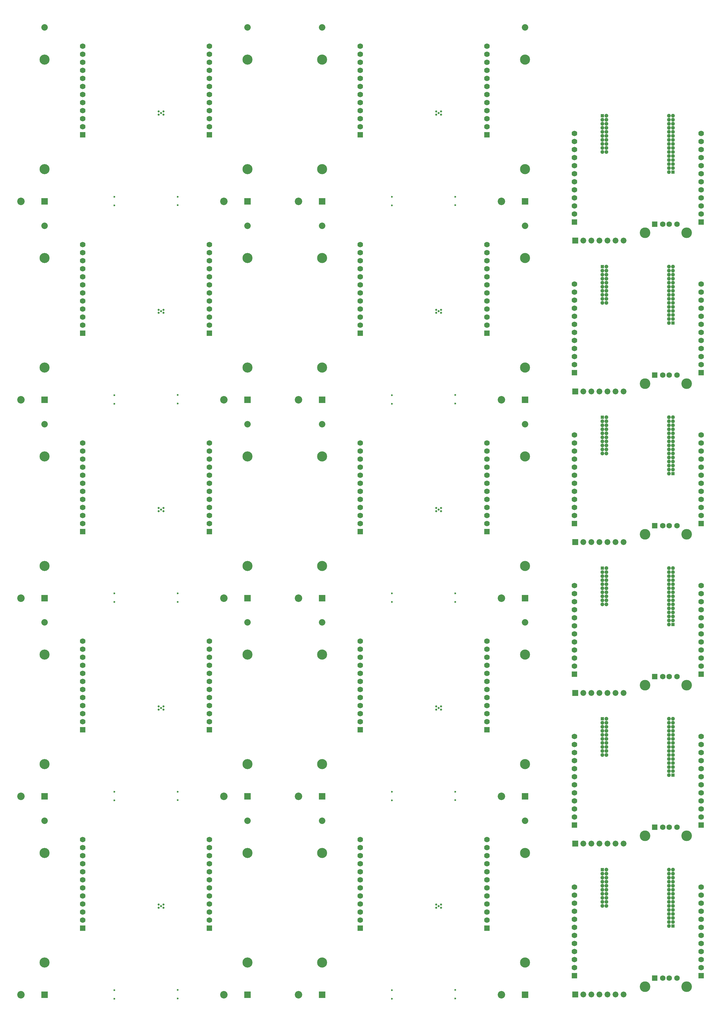
<source format=gbr>
G75*
G70*
%OFA0B0*%
%FSLAX25Y25*%
%IPPOS*%
%LPD*%
%AMOC8*
5,1,8,0,0,1.08239X$1,22.5*
%
%ADD10R,0.06930X0.06930*%
%ADD13C,0.02520*%
%ADD14C,0.02360*%
%ADD24R,0.07240X0.07240*%
%ADD30C,0.06850*%
%ADD34R,0.08030X0.08030*%
%ADD41C,0.07240*%
%ADD44C,0.06930*%
%ADD45C,0.08030*%
%ADD47R,0.06850X0.06850*%
%ADD54C,0.09290*%
%ADD61C,0.12520*%
%ADD69R,0.04490X0.04490*%
%ADD72C,0.04880*%
%ADD76C,0.13150*%
X0000000Y0000000D02*
G75*
G01*
%LPD*%
D34*
X0041340Y0010900D03*
D45*
X0041340Y0226890D03*
D61*
X0041340Y0050900D03*
X0041340Y0186890D03*
D54*
X0011930Y0010900D03*
D10*
X0088590Y0093540D03*
D44*
X0088590Y0103540D03*
X0088590Y0113540D03*
X0088590Y0123540D03*
X0088590Y0133540D03*
X0088590Y0143540D03*
X0088590Y0153540D03*
X0088590Y0163540D03*
X0088590Y0173540D03*
X0088590Y0183540D03*
X0088590Y0193540D03*
X0088590Y0203540D03*
D10*
X0246070Y0093540D03*
D44*
X0246070Y0103540D03*
X0246070Y0113540D03*
X0246070Y0123540D03*
X0246070Y0133540D03*
X0246070Y0143540D03*
X0246070Y0153540D03*
X0246070Y0163540D03*
X0246070Y0173540D03*
X0246070Y0183540D03*
X0246070Y0193540D03*
X0246070Y0203540D03*
D13*
X0183030Y0122700D03*
X0183030Y0118770D03*
X0188940Y0122700D03*
X0185990Y0120740D03*
X0188940Y0118770D03*
D14*
X0206700Y0016810D03*
X0206700Y0006180D03*
X0127960Y0016620D03*
X0127960Y0005990D03*
D34*
X0293310Y0010900D03*
D45*
X0293310Y0226890D03*
D61*
X0293310Y0050900D03*
X0293310Y0186890D03*
D54*
X0263900Y0010900D03*
X0000000Y0246220D02*
G75*
G01*
%LPD*%
D34*
X0041340Y0257120D03*
D45*
X0041340Y0473110D03*
D61*
X0041340Y0297120D03*
X0041340Y0433110D03*
D54*
X0011930Y0257120D03*
D10*
X0088590Y0339760D03*
D44*
X0088590Y0349760D03*
X0088590Y0359760D03*
X0088590Y0369760D03*
X0088590Y0379760D03*
X0088590Y0389760D03*
X0088590Y0399760D03*
X0088590Y0409760D03*
X0088590Y0419760D03*
X0088590Y0429760D03*
X0088590Y0439760D03*
X0088590Y0449760D03*
D10*
X0246070Y0339760D03*
D44*
X0246070Y0349760D03*
X0246070Y0359760D03*
X0246070Y0369760D03*
X0246070Y0379760D03*
X0246070Y0389760D03*
X0246070Y0399760D03*
X0246070Y0409760D03*
X0246070Y0419760D03*
X0246070Y0429760D03*
X0246070Y0439760D03*
X0246070Y0449760D03*
D13*
X0183030Y0368920D03*
X0183030Y0364990D03*
X0188940Y0368920D03*
X0185990Y0366960D03*
X0188940Y0364990D03*
D14*
X0206700Y0263030D03*
X0206700Y0252400D03*
X0127960Y0262840D03*
X0127960Y0252210D03*
D34*
X0293310Y0257120D03*
D45*
X0293310Y0473110D03*
D61*
X0293310Y0297120D03*
X0293310Y0433110D03*
D54*
X0263900Y0257120D03*
X0344650Y0000000D02*
G75*
G01*
%LPD*%
D34*
X0385990Y0010900D03*
D45*
X0385990Y0226890D03*
D61*
X0385990Y0050900D03*
X0385990Y0186890D03*
D54*
X0356580Y0010900D03*
D10*
X0433240Y0093540D03*
D44*
X0433240Y0103540D03*
X0433240Y0113540D03*
X0433240Y0123540D03*
X0433240Y0133540D03*
X0433240Y0143540D03*
X0433240Y0153540D03*
X0433240Y0163540D03*
X0433240Y0173540D03*
X0433240Y0183540D03*
X0433240Y0193540D03*
X0433240Y0203540D03*
D10*
X0590720Y0093540D03*
D44*
X0590720Y0103540D03*
X0590720Y0113540D03*
X0590720Y0123540D03*
X0590720Y0133540D03*
X0590720Y0143540D03*
X0590720Y0153540D03*
X0590720Y0163540D03*
X0590720Y0173540D03*
X0590720Y0183540D03*
X0590720Y0193540D03*
X0590720Y0203540D03*
D13*
X0527680Y0122700D03*
X0527680Y0118770D03*
X0533590Y0122700D03*
X0530640Y0120740D03*
X0533590Y0118770D03*
D14*
X0551350Y0016810D03*
X0551350Y0006180D03*
X0472610Y0016620D03*
X0472610Y0005990D03*
D34*
X0637960Y0010900D03*
D45*
X0637960Y0226890D03*
D61*
X0637960Y0050900D03*
X0637960Y0186890D03*
D54*
X0608550Y0010900D03*
X0689300Y0000000D02*
G75*
G01*
%LPD*%
D10*
X0699140Y0034490D03*
D44*
X0699140Y0044490D03*
X0699140Y0054490D03*
X0699140Y0064490D03*
X0699140Y0074490D03*
X0699140Y0084490D03*
X0699140Y0094490D03*
X0699140Y0104490D03*
X0699140Y0114490D03*
X0699140Y0124490D03*
X0699140Y0134490D03*
X0699140Y0144490D03*
D10*
X0856620Y0034490D03*
D44*
X0856620Y0044490D03*
X0856620Y0054490D03*
X0856620Y0064490D03*
X0856620Y0074490D03*
X0856620Y0084490D03*
X0856620Y0094490D03*
X0856620Y0104490D03*
X0856620Y0114490D03*
X0856620Y0124490D03*
X0856620Y0134490D03*
X0856620Y0144490D03*
D47*
X0799100Y0031620D03*
D30*
X0808950Y0031620D03*
X0816820Y0031620D03*
X0826660Y0031620D03*
D76*
X0787020Y0020990D03*
X0838750Y0020990D03*
D24*
X0700380Y0011240D03*
D41*
X0710380Y0011240D03*
X0720380Y0011240D03*
X0730380Y0011240D03*
X0740380Y0011240D03*
X0750380Y0011240D03*
X0760380Y0011240D03*
D69*
X0821780Y0096240D03*
D72*
X0821780Y0101240D03*
X0821780Y0106240D03*
X0821780Y0111240D03*
X0821780Y0116240D03*
X0821780Y0121240D03*
X0821780Y0126240D03*
X0821780Y0131240D03*
X0821780Y0136240D03*
X0821780Y0141240D03*
X0821780Y0146240D03*
X0821780Y0151240D03*
X0821780Y0156240D03*
X0821780Y0161240D03*
X0821780Y0166240D03*
X0816780Y0096240D03*
X0816780Y0101240D03*
X0816780Y0106240D03*
X0816780Y0111240D03*
X0816780Y0116240D03*
X0816780Y0121240D03*
X0816780Y0126240D03*
X0816780Y0131240D03*
X0816780Y0136240D03*
X0816780Y0141240D03*
X0816780Y0146240D03*
X0816780Y0151240D03*
X0816780Y0156240D03*
X0816780Y0161240D03*
X0816780Y0166240D03*
X0738990Y0121320D03*
X0738990Y0126320D03*
X0738990Y0131320D03*
X0738990Y0136320D03*
X0738990Y0141320D03*
X0738990Y0146320D03*
X0738990Y0151320D03*
X0738990Y0156320D03*
X0738990Y0161320D03*
X0738990Y0166320D03*
X0733990Y0121320D03*
X0733990Y0126320D03*
X0733990Y0131320D03*
X0733990Y0136320D03*
X0733990Y0141320D03*
X0733990Y0146320D03*
X0733990Y0151320D03*
X0733990Y0156320D03*
X0733990Y0161320D03*
D69*
X0733990Y0166320D03*
X0000000Y0492440D02*
G75*
G01*
%LPD*%
D34*
X0041340Y0503340D03*
D45*
X0041340Y0719330D03*
D61*
X0041340Y0543340D03*
X0041340Y0679330D03*
D54*
X0011930Y0503340D03*
D10*
X0088590Y0585980D03*
D44*
X0088590Y0595980D03*
X0088590Y0605980D03*
X0088590Y0615980D03*
X0088590Y0625980D03*
X0088590Y0635980D03*
X0088590Y0645980D03*
X0088590Y0655980D03*
X0088590Y0665980D03*
X0088590Y0675980D03*
X0088590Y0685980D03*
X0088590Y0695980D03*
D10*
X0246070Y0585980D03*
D44*
X0246070Y0595980D03*
X0246070Y0605980D03*
X0246070Y0615980D03*
X0246070Y0625980D03*
X0246070Y0635980D03*
X0246070Y0645980D03*
X0246070Y0655980D03*
X0246070Y0665980D03*
X0246070Y0675980D03*
X0246070Y0685980D03*
X0246070Y0695980D03*
D13*
X0183030Y0615140D03*
X0183030Y0611210D03*
X0188940Y0615140D03*
X0185990Y0613180D03*
X0188940Y0611210D03*
D14*
X0206700Y0509250D03*
X0206700Y0498620D03*
X0127960Y0509060D03*
X0127960Y0498430D03*
D34*
X0293310Y0503340D03*
D45*
X0293310Y0719330D03*
D61*
X0293310Y0543340D03*
X0293310Y0679330D03*
D54*
X0263900Y0503340D03*
X0344650Y0246220D02*
G75*
G01*
%LPD*%
D34*
X0385990Y0257120D03*
D45*
X0385990Y0473110D03*
D61*
X0385990Y0297120D03*
X0385990Y0433110D03*
D54*
X0356580Y0257120D03*
D10*
X0433240Y0339760D03*
D44*
X0433240Y0349760D03*
X0433240Y0359760D03*
X0433240Y0369760D03*
X0433240Y0379760D03*
X0433240Y0389760D03*
X0433240Y0399760D03*
X0433240Y0409760D03*
X0433240Y0419760D03*
X0433240Y0429760D03*
X0433240Y0439760D03*
X0433240Y0449760D03*
D10*
X0590720Y0339760D03*
D44*
X0590720Y0349760D03*
X0590720Y0359760D03*
X0590720Y0369760D03*
X0590720Y0379760D03*
X0590720Y0389760D03*
X0590720Y0399760D03*
X0590720Y0409760D03*
X0590720Y0419760D03*
X0590720Y0429760D03*
X0590720Y0439760D03*
X0590720Y0449760D03*
D13*
X0527680Y0368920D03*
X0527680Y0364990D03*
X0533590Y0368920D03*
X0530640Y0366960D03*
X0533590Y0364990D03*
D14*
X0551350Y0263030D03*
X0551350Y0252400D03*
X0472610Y0262840D03*
X0472610Y0252210D03*
D34*
X0637960Y0257120D03*
D45*
X0637960Y0473110D03*
D61*
X0637960Y0297120D03*
X0637960Y0433110D03*
D54*
X0608550Y0257120D03*
X0000000Y0738660D02*
G75*
G01*
%LPD*%
D34*
X0041340Y0749560D03*
D45*
X0041340Y0965550D03*
D61*
X0041340Y0789560D03*
X0041340Y0925550D03*
D54*
X0011930Y0749560D03*
D10*
X0088590Y0832200D03*
D44*
X0088590Y0842200D03*
X0088590Y0852200D03*
X0088590Y0862200D03*
X0088590Y0872200D03*
X0088590Y0882200D03*
X0088590Y0892200D03*
X0088590Y0902200D03*
X0088590Y0912200D03*
X0088590Y0922200D03*
X0088590Y0932200D03*
X0088590Y0942200D03*
D10*
X0246070Y0832200D03*
D44*
X0246070Y0842200D03*
X0246070Y0852200D03*
X0246070Y0862200D03*
X0246070Y0872200D03*
X0246070Y0882200D03*
X0246070Y0892200D03*
X0246070Y0902200D03*
X0246070Y0912200D03*
X0246070Y0922200D03*
X0246070Y0932200D03*
X0246070Y0942200D03*
D13*
X0183030Y0861360D03*
X0183030Y0857430D03*
X0188940Y0861360D03*
X0185990Y0859400D03*
X0188940Y0857430D03*
D14*
X0206700Y0755470D03*
X0206700Y0744840D03*
X0127960Y0755280D03*
X0127960Y0744650D03*
D34*
X0293310Y0749560D03*
D45*
X0293310Y0965550D03*
D61*
X0293310Y0789560D03*
X0293310Y0925550D03*
D54*
X0263900Y0749560D03*
X0344650Y0492440D02*
G75*
G01*
%LPD*%
D34*
X0385990Y0503340D03*
D45*
X0385990Y0719330D03*
D61*
X0385990Y0543340D03*
X0385990Y0679330D03*
D54*
X0356580Y0503340D03*
D10*
X0433240Y0585980D03*
D44*
X0433240Y0595980D03*
X0433240Y0605980D03*
X0433240Y0615980D03*
X0433240Y0625980D03*
X0433240Y0635980D03*
X0433240Y0645980D03*
X0433240Y0655980D03*
X0433240Y0665980D03*
X0433240Y0675980D03*
X0433240Y0685980D03*
X0433240Y0695980D03*
D10*
X0590720Y0585980D03*
D44*
X0590720Y0595980D03*
X0590720Y0605980D03*
X0590720Y0615980D03*
X0590720Y0625980D03*
X0590720Y0635980D03*
X0590720Y0645980D03*
X0590720Y0655980D03*
X0590720Y0665980D03*
X0590720Y0675980D03*
X0590720Y0685980D03*
X0590720Y0695980D03*
D13*
X0527680Y0615140D03*
X0527680Y0611210D03*
X0533590Y0615140D03*
X0530640Y0613180D03*
X0533590Y0611210D03*
D14*
X0551350Y0509250D03*
X0551350Y0498620D03*
X0472610Y0509060D03*
X0472610Y0498430D03*
D34*
X0637960Y0503340D03*
D45*
X0637960Y0719330D03*
D61*
X0637960Y0543340D03*
X0637960Y0679330D03*
D54*
X0608550Y0503340D03*
X0689300Y0187170D02*
G75*
G01*
%LPD*%
D10*
X0699140Y0221660D03*
D44*
X0699140Y0231660D03*
X0699140Y0241660D03*
X0699140Y0251660D03*
X0699140Y0261660D03*
X0699140Y0271660D03*
X0699140Y0281660D03*
X0699140Y0291660D03*
X0699140Y0301660D03*
X0699140Y0311660D03*
X0699140Y0321660D03*
X0699140Y0331660D03*
D10*
X0856620Y0221660D03*
D44*
X0856620Y0231660D03*
X0856620Y0241660D03*
X0856620Y0251660D03*
X0856620Y0261660D03*
X0856620Y0271660D03*
X0856620Y0281660D03*
X0856620Y0291660D03*
X0856620Y0301660D03*
X0856620Y0311660D03*
X0856620Y0321660D03*
X0856620Y0331660D03*
D47*
X0799100Y0218790D03*
D30*
X0808950Y0218790D03*
X0816820Y0218790D03*
X0826660Y0218790D03*
D76*
X0787020Y0208160D03*
X0838750Y0208160D03*
D24*
X0700380Y0198410D03*
D41*
X0710380Y0198410D03*
X0720380Y0198410D03*
X0730380Y0198410D03*
X0740380Y0198410D03*
X0750380Y0198410D03*
X0760380Y0198410D03*
D69*
X0821780Y0283410D03*
D72*
X0821780Y0288410D03*
X0821780Y0293410D03*
X0821780Y0298410D03*
X0821780Y0303410D03*
X0821780Y0308410D03*
X0821780Y0313410D03*
X0821780Y0318410D03*
X0821780Y0323410D03*
X0821780Y0328410D03*
X0821780Y0333410D03*
X0821780Y0338410D03*
X0821780Y0343410D03*
X0821780Y0348410D03*
X0821780Y0353410D03*
X0816780Y0283410D03*
X0816780Y0288410D03*
X0816780Y0293410D03*
X0816780Y0298410D03*
X0816780Y0303410D03*
X0816780Y0308410D03*
X0816780Y0313410D03*
X0816780Y0318410D03*
X0816780Y0323410D03*
X0816780Y0328410D03*
X0816780Y0333410D03*
X0816780Y0338410D03*
X0816780Y0343410D03*
X0816780Y0348410D03*
X0816780Y0353410D03*
X0738990Y0308490D03*
X0738990Y0313490D03*
X0738990Y0318490D03*
X0738990Y0323490D03*
X0738990Y0328490D03*
X0738990Y0333490D03*
X0738990Y0338490D03*
X0738990Y0343490D03*
X0738990Y0348490D03*
X0738990Y0353490D03*
X0733990Y0308490D03*
X0733990Y0313490D03*
X0733990Y0318490D03*
X0733990Y0323490D03*
X0733990Y0328490D03*
X0733990Y0333490D03*
X0733990Y0338490D03*
X0733990Y0343490D03*
X0733990Y0348490D03*
D69*
X0733990Y0353490D03*
X0344650Y0738660D02*
G75*
G01*
%LPD*%
D34*
X0385990Y0749560D03*
D45*
X0385990Y0965550D03*
D61*
X0385990Y0789560D03*
X0385990Y0925550D03*
D54*
X0356580Y0749560D03*
D10*
X0433240Y0832200D03*
D44*
X0433240Y0842200D03*
X0433240Y0852200D03*
X0433240Y0862200D03*
X0433240Y0872200D03*
X0433240Y0882200D03*
X0433240Y0892200D03*
X0433240Y0902200D03*
X0433240Y0912200D03*
X0433240Y0922200D03*
X0433240Y0932200D03*
X0433240Y0942200D03*
D10*
X0590720Y0832200D03*
D44*
X0590720Y0842200D03*
X0590720Y0852200D03*
X0590720Y0862200D03*
X0590720Y0872200D03*
X0590720Y0882200D03*
X0590720Y0892200D03*
X0590720Y0902200D03*
X0590720Y0912200D03*
X0590720Y0922200D03*
X0590720Y0932200D03*
X0590720Y0942200D03*
D13*
X0527680Y0861360D03*
X0527680Y0857430D03*
X0533590Y0861360D03*
X0530640Y0859400D03*
X0533590Y0857430D03*
D14*
X0551350Y0755470D03*
X0551350Y0744840D03*
X0472610Y0755280D03*
X0472610Y0744650D03*
D34*
X0637960Y0749560D03*
D45*
X0637960Y0965550D03*
D61*
X0637960Y0789560D03*
X0637960Y0925550D03*
D54*
X0608550Y0749560D03*
X0689300Y0374340D02*
G75*
G01*
%LPD*%
D10*
X0699140Y0408830D03*
D44*
X0699140Y0418830D03*
X0699140Y0428830D03*
X0699140Y0438830D03*
X0699140Y0448830D03*
X0699140Y0458830D03*
X0699140Y0468830D03*
X0699140Y0478830D03*
X0699140Y0488830D03*
X0699140Y0498830D03*
X0699140Y0508830D03*
X0699140Y0518830D03*
D10*
X0856620Y0408830D03*
D44*
X0856620Y0418830D03*
X0856620Y0428830D03*
X0856620Y0438830D03*
X0856620Y0448830D03*
X0856620Y0458830D03*
X0856620Y0468830D03*
X0856620Y0478830D03*
X0856620Y0488830D03*
X0856620Y0498830D03*
X0856620Y0508830D03*
X0856620Y0518830D03*
D47*
X0799100Y0405960D03*
D30*
X0808950Y0405960D03*
X0816820Y0405960D03*
X0826660Y0405960D03*
D76*
X0787020Y0395330D03*
X0838750Y0395330D03*
D24*
X0700380Y0385580D03*
D41*
X0710380Y0385580D03*
X0720380Y0385580D03*
X0730380Y0385580D03*
X0740380Y0385580D03*
X0750380Y0385580D03*
X0760380Y0385580D03*
D69*
X0821780Y0470580D03*
D72*
X0821780Y0475580D03*
X0821780Y0480580D03*
X0821780Y0485580D03*
X0821780Y0490580D03*
X0821780Y0495580D03*
X0821780Y0500580D03*
X0821780Y0505580D03*
X0821780Y0510580D03*
X0821780Y0515580D03*
X0821780Y0520580D03*
X0821780Y0525580D03*
X0821780Y0530580D03*
X0821780Y0535580D03*
X0821780Y0540580D03*
X0816780Y0470580D03*
X0816780Y0475580D03*
X0816780Y0480580D03*
X0816780Y0485580D03*
X0816780Y0490580D03*
X0816780Y0495580D03*
X0816780Y0500580D03*
X0816780Y0505580D03*
X0816780Y0510580D03*
X0816780Y0515580D03*
X0816780Y0520580D03*
X0816780Y0525580D03*
X0816780Y0530580D03*
X0816780Y0535580D03*
X0816780Y0540580D03*
X0738990Y0495660D03*
X0738990Y0500660D03*
X0738990Y0505660D03*
X0738990Y0510660D03*
X0738990Y0515660D03*
X0738990Y0520660D03*
X0738990Y0525660D03*
X0738990Y0530660D03*
X0738990Y0535660D03*
X0738990Y0540660D03*
X0733990Y0495660D03*
X0733990Y0500660D03*
X0733990Y0505660D03*
X0733990Y0510660D03*
X0733990Y0515660D03*
X0733990Y0520660D03*
X0733990Y0525660D03*
X0733990Y0530660D03*
X0733990Y0535660D03*
D69*
X0733990Y0540660D03*
X0689300Y0561510D02*
G75*
G01*
%LPD*%
D10*
X0699140Y0596000D03*
D44*
X0699140Y0606000D03*
X0699140Y0616000D03*
X0699140Y0626000D03*
X0699140Y0636000D03*
X0699140Y0646000D03*
X0699140Y0656000D03*
X0699140Y0666000D03*
X0699140Y0676000D03*
X0699140Y0686000D03*
X0699140Y0696000D03*
X0699140Y0706000D03*
D10*
X0856620Y0596000D03*
D44*
X0856620Y0606000D03*
X0856620Y0616000D03*
X0856620Y0626000D03*
X0856620Y0636000D03*
X0856620Y0646000D03*
X0856620Y0656000D03*
X0856620Y0666000D03*
X0856620Y0676000D03*
X0856620Y0686000D03*
X0856620Y0696000D03*
X0856620Y0706000D03*
D47*
X0799100Y0593130D03*
D30*
X0808950Y0593130D03*
X0816820Y0593130D03*
X0826660Y0593130D03*
D76*
X0787020Y0582500D03*
X0838750Y0582500D03*
D24*
X0700380Y0572750D03*
D41*
X0710380Y0572750D03*
X0720380Y0572750D03*
X0730380Y0572750D03*
X0740380Y0572750D03*
X0750380Y0572750D03*
X0760380Y0572750D03*
D69*
X0821780Y0657750D03*
D72*
X0821780Y0662750D03*
X0821780Y0667750D03*
X0821780Y0672750D03*
X0821780Y0677750D03*
X0821780Y0682750D03*
X0821780Y0687750D03*
X0821780Y0692750D03*
X0821780Y0697750D03*
X0821780Y0702750D03*
X0821780Y0707750D03*
X0821780Y0712750D03*
X0821780Y0717750D03*
X0821780Y0722750D03*
X0821780Y0727750D03*
X0816780Y0657750D03*
X0816780Y0662750D03*
X0816780Y0667750D03*
X0816780Y0672750D03*
X0816780Y0677750D03*
X0816780Y0682750D03*
X0816780Y0687750D03*
X0816780Y0692750D03*
X0816780Y0697750D03*
X0816780Y0702750D03*
X0816780Y0707750D03*
X0816780Y0712750D03*
X0816780Y0717750D03*
X0816780Y0722750D03*
X0816780Y0727750D03*
X0738990Y0682830D03*
X0738990Y0687830D03*
X0738990Y0692830D03*
X0738990Y0697830D03*
X0738990Y0702830D03*
X0738990Y0707830D03*
X0738990Y0712830D03*
X0738990Y0717830D03*
X0738990Y0722830D03*
X0738990Y0727830D03*
X0733990Y0682830D03*
X0733990Y0687830D03*
X0733990Y0692830D03*
X0733990Y0697830D03*
X0733990Y0702830D03*
X0733990Y0707830D03*
X0733990Y0712830D03*
X0733990Y0717830D03*
X0733990Y0722830D03*
D69*
X0733990Y0727830D03*
X0000000Y0984880D02*
G75*
G01*
%LPD*%
D34*
X0041340Y0995780D03*
D45*
X0041340Y1211770D03*
D61*
X0041340Y1035780D03*
X0041340Y1171770D03*
D54*
X0011930Y0995780D03*
D10*
X0088590Y1078420D03*
D44*
X0088590Y1088420D03*
X0088590Y1098420D03*
X0088590Y1108420D03*
X0088590Y1118420D03*
X0088590Y1128420D03*
X0088590Y1138420D03*
X0088590Y1148420D03*
X0088590Y1158420D03*
X0088590Y1168420D03*
X0088590Y1178420D03*
X0088590Y1188420D03*
D10*
X0246070Y1078420D03*
D44*
X0246070Y1088420D03*
X0246070Y1098420D03*
X0246070Y1108420D03*
X0246070Y1118420D03*
X0246070Y1128420D03*
X0246070Y1138420D03*
X0246070Y1148420D03*
X0246070Y1158420D03*
X0246070Y1168420D03*
X0246070Y1178420D03*
X0246070Y1188420D03*
D13*
X0183030Y1107580D03*
X0183030Y1103650D03*
X0188940Y1107580D03*
X0185990Y1105620D03*
X0188940Y1103650D03*
D14*
X0206700Y1001690D03*
X0206700Y0991060D03*
X0127960Y1001500D03*
X0127960Y0990870D03*
D34*
X0293310Y0995780D03*
D45*
X0293310Y1211770D03*
D61*
X0293310Y1035780D03*
X0293310Y1171770D03*
D54*
X0263900Y0995780D03*
X0344650Y0984880D02*
G75*
G01*
%LPD*%
D34*
X0385990Y0995780D03*
D45*
X0385990Y1211770D03*
D61*
X0385990Y1035780D03*
X0385990Y1171770D03*
D54*
X0356580Y0995780D03*
D10*
X0433240Y1078420D03*
D44*
X0433240Y1088420D03*
X0433240Y1098420D03*
X0433240Y1108420D03*
X0433240Y1118420D03*
X0433240Y1128420D03*
X0433240Y1138420D03*
X0433240Y1148420D03*
X0433240Y1158420D03*
X0433240Y1168420D03*
X0433240Y1178420D03*
X0433240Y1188420D03*
D10*
X0590720Y1078420D03*
D44*
X0590720Y1088420D03*
X0590720Y1098420D03*
X0590720Y1108420D03*
X0590720Y1118420D03*
X0590720Y1128420D03*
X0590720Y1138420D03*
X0590720Y1148420D03*
X0590720Y1158420D03*
X0590720Y1168420D03*
X0590720Y1178420D03*
X0590720Y1188420D03*
D13*
X0527680Y1107580D03*
X0527680Y1103650D03*
X0533590Y1107580D03*
X0530640Y1105620D03*
X0533590Y1103650D03*
D14*
X0551350Y1001690D03*
X0551350Y0991060D03*
X0472610Y1001500D03*
X0472610Y0990870D03*
D34*
X0637960Y0995780D03*
D45*
X0637960Y1211770D03*
D61*
X0637960Y1035780D03*
X0637960Y1171770D03*
D54*
X0608550Y0995780D03*
X0689300Y0748680D02*
G75*
G01*
%LPD*%
D10*
X0699140Y0783170D03*
D44*
X0699140Y0793170D03*
X0699140Y0803170D03*
X0699140Y0813170D03*
X0699140Y0823170D03*
X0699140Y0833170D03*
X0699140Y0843170D03*
X0699140Y0853170D03*
X0699140Y0863170D03*
X0699140Y0873170D03*
X0699140Y0883170D03*
X0699140Y0893170D03*
D10*
X0856620Y0783170D03*
D44*
X0856620Y0793170D03*
X0856620Y0803170D03*
X0856620Y0813170D03*
X0856620Y0823170D03*
X0856620Y0833170D03*
X0856620Y0843170D03*
X0856620Y0853170D03*
X0856620Y0863170D03*
X0856620Y0873170D03*
X0856620Y0883170D03*
X0856620Y0893170D03*
D47*
X0799100Y0780300D03*
D30*
X0808950Y0780300D03*
X0816820Y0780300D03*
X0826660Y0780300D03*
D76*
X0787020Y0769670D03*
X0838750Y0769670D03*
D24*
X0700380Y0759920D03*
D41*
X0710380Y0759920D03*
X0720380Y0759920D03*
X0730380Y0759920D03*
X0740380Y0759920D03*
X0750380Y0759920D03*
X0760380Y0759920D03*
D69*
X0821780Y0844920D03*
D72*
X0821780Y0849920D03*
X0821780Y0854920D03*
X0821780Y0859920D03*
X0821780Y0864920D03*
X0821780Y0869920D03*
X0821780Y0874920D03*
X0821780Y0879920D03*
X0821780Y0884920D03*
X0821780Y0889920D03*
X0821780Y0894920D03*
X0821780Y0899920D03*
X0821780Y0904920D03*
X0821780Y0909920D03*
X0821780Y0914920D03*
X0816780Y0844920D03*
X0816780Y0849920D03*
X0816780Y0854920D03*
X0816780Y0859920D03*
X0816780Y0864920D03*
X0816780Y0869920D03*
X0816780Y0874920D03*
X0816780Y0879920D03*
X0816780Y0884920D03*
X0816780Y0889920D03*
X0816780Y0894920D03*
X0816780Y0899920D03*
X0816780Y0904920D03*
X0816780Y0909920D03*
X0816780Y0914920D03*
X0738990Y0870000D03*
X0738990Y0875000D03*
X0738990Y0880000D03*
X0738990Y0885000D03*
X0738990Y0890000D03*
X0738990Y0895000D03*
X0738990Y0900000D03*
X0738990Y0905000D03*
X0738990Y0910000D03*
X0738990Y0915000D03*
X0733990Y0870000D03*
X0733990Y0875000D03*
X0733990Y0880000D03*
X0733990Y0885000D03*
X0733990Y0890000D03*
X0733990Y0895000D03*
X0733990Y0900000D03*
X0733990Y0905000D03*
X0733990Y0910000D03*
D69*
X0733990Y0915000D03*
X0689300Y0935850D02*
G75*
G01*
%LPD*%
D10*
X0699140Y0970340D03*
D44*
X0699140Y0980340D03*
X0699140Y0990340D03*
X0699140Y1000340D03*
X0699140Y1010340D03*
X0699140Y1020340D03*
X0699140Y1030340D03*
X0699140Y1040340D03*
X0699140Y1050340D03*
X0699140Y1060340D03*
X0699140Y1070340D03*
X0699140Y1080340D03*
D10*
X0856620Y0970340D03*
D44*
X0856620Y0980340D03*
X0856620Y0990340D03*
X0856620Y1000340D03*
X0856620Y1010340D03*
X0856620Y1020340D03*
X0856620Y1030340D03*
X0856620Y1040340D03*
X0856620Y1050340D03*
X0856620Y1060340D03*
X0856620Y1070340D03*
X0856620Y1080340D03*
D47*
X0799100Y0967470D03*
D30*
X0808950Y0967470D03*
X0816820Y0967470D03*
X0826660Y0967470D03*
D76*
X0787020Y0956840D03*
X0838750Y0956840D03*
D24*
X0700380Y0947090D03*
D41*
X0710380Y0947090D03*
X0720380Y0947090D03*
X0730380Y0947090D03*
X0740380Y0947090D03*
X0750380Y0947090D03*
X0760380Y0947090D03*
D69*
X0821780Y1032090D03*
D72*
X0821780Y1037090D03*
X0821780Y1042090D03*
X0821780Y1047090D03*
X0821780Y1052090D03*
X0821780Y1057090D03*
X0821780Y1062090D03*
X0821780Y1067090D03*
X0821780Y1072090D03*
X0821780Y1077090D03*
X0821780Y1082090D03*
X0821780Y1087090D03*
X0821780Y1092090D03*
X0821780Y1097090D03*
X0821780Y1102090D03*
X0816780Y1032090D03*
X0816780Y1037090D03*
X0816780Y1042090D03*
X0816780Y1047090D03*
X0816780Y1052090D03*
X0816780Y1057090D03*
X0816780Y1062090D03*
X0816780Y1067090D03*
X0816780Y1072090D03*
X0816780Y1077090D03*
X0816780Y1082090D03*
X0816780Y1087090D03*
X0816780Y1092090D03*
X0816780Y1097090D03*
X0816780Y1102090D03*
X0738990Y1057170D03*
X0738990Y1062170D03*
X0738990Y1067170D03*
X0738990Y1072170D03*
X0738990Y1077170D03*
X0738990Y1082170D03*
X0738990Y1087170D03*
X0738990Y1092170D03*
X0738990Y1097170D03*
X0738990Y1102170D03*
X0733990Y1057170D03*
X0733990Y1062170D03*
X0733990Y1067170D03*
X0733990Y1072170D03*
X0733990Y1077170D03*
X0733990Y1082170D03*
X0733990Y1087170D03*
X0733990Y1092170D03*
X0733990Y1097170D03*
D69*
X0733990Y1102170D03*
M02*

</source>
